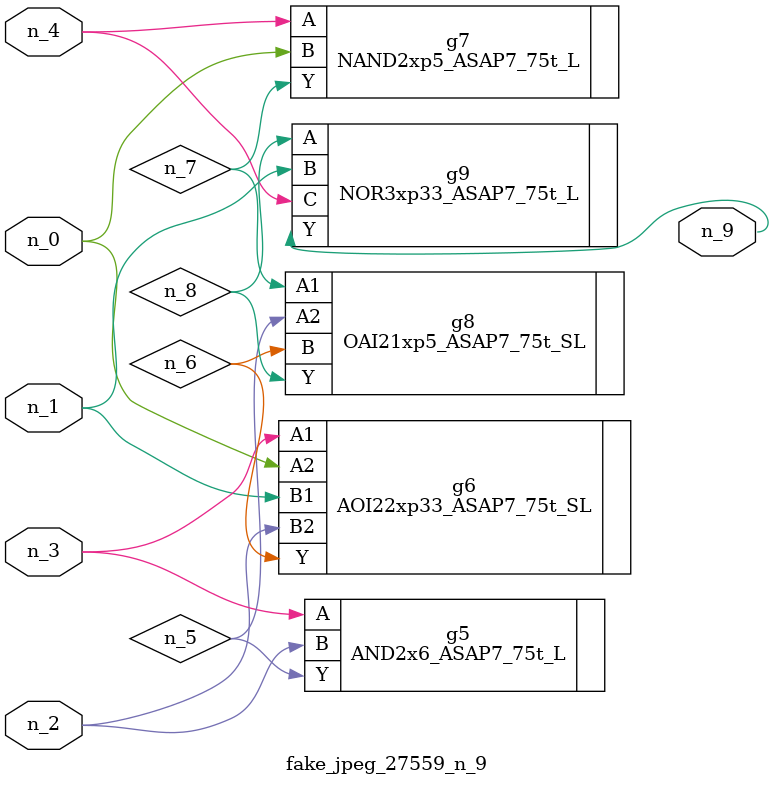
<source format=v>
module fake_jpeg_27559_n_9 (n_3, n_2, n_1, n_0, n_4, n_9);

input n_3;
input n_2;
input n_1;
input n_0;
input n_4;

output n_9;

wire n_8;
wire n_6;
wire n_5;
wire n_7;

AND2x6_ASAP7_75t_L g5 ( 
.A(n_3),
.B(n_2),
.Y(n_5)
);

AOI22xp33_ASAP7_75t_SL g6 ( 
.A1(n_3),
.A2(n_0),
.B1(n_1),
.B2(n_2),
.Y(n_6)
);

NAND2xp5_ASAP7_75t_L g7 ( 
.A(n_4),
.B(n_0),
.Y(n_7)
);

OAI21xp5_ASAP7_75t_SL g8 ( 
.A1(n_7),
.A2(n_5),
.B(n_6),
.Y(n_8)
);

NOR3xp33_ASAP7_75t_L g9 ( 
.A(n_8),
.B(n_1),
.C(n_4),
.Y(n_9)
);


endmodule
</source>
